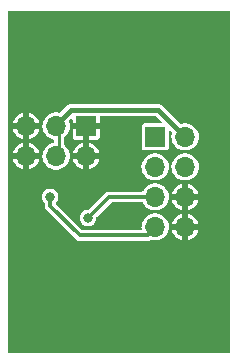
<source format=gbr>
%TF.GenerationSoftware,KiCad,Pcbnew,7.0.7-7.0.7~ubuntu23.04.1*%
%TF.CreationDate,2023-10-04T13:37:16+00:00*%
%TF.ProjectId,FRAM01,4652414d-3031-42e6-9b69-6361645f7063,rev?*%
%TF.SameCoordinates,Original*%
%TF.FileFunction,Copper,L1,Top*%
%TF.FilePolarity,Positive*%
%FSLAX46Y46*%
G04 Gerber Fmt 4.6, Leading zero omitted, Abs format (unit mm)*
G04 Created by KiCad (PCBNEW 7.0.7-7.0.7~ubuntu23.04.1) date 2023-10-04 13:37:16*
%MOMM*%
%LPD*%
G01*
G04 APERTURE LIST*
%TA.AperFunction,ComponentPad*%
%ADD10R,1.700000X1.700000*%
%TD*%
%TA.AperFunction,ComponentPad*%
%ADD11O,1.700000X1.700000*%
%TD*%
%TA.AperFunction,ComponentPad*%
%ADD12C,6.000000*%
%TD*%
%TA.AperFunction,ViaPad*%
%ADD13C,0.800000*%
%TD*%
%TA.AperFunction,Conductor*%
%ADD14C,0.304800*%
%TD*%
%TA.AperFunction,Conductor*%
%ADD15C,0.400000*%
%TD*%
%TA.AperFunction,Conductor*%
%ADD16C,0.250000*%
%TD*%
G04 APERTURE END LIST*
D10*
%TO.P,J1,1*%
%TO.N,GND*%
X2286000Y14886000D03*
D11*
%TO.P,J1,2*%
X2286000Y12346000D03*
%TO.P,J1,3*%
%TO.N,+3.3V*%
X-254000Y14886000D03*
%TO.P,J1,4*%
X-254000Y12346000D03*
%TO.P,J1,5*%
%TO.N,GND*%
X-2794000Y14886000D03*
%TO.P,J1,6*%
X-2794000Y12346000D03*
%TD*%
D12*
%TO.P,M4,1*%
%TO.N,GND*%
X10160000Y0D03*
%TD*%
%TO.P,M1,1*%
%TO.N,GND*%
X0Y20320000D03*
%TD*%
%TO.P,M3,1*%
%TO.N,GND*%
X10160000Y20320000D03*
%TD*%
D10*
%TO.P,J2,1*%
%TO.N,MISO*%
X8128000Y13970000D03*
D11*
%TO.P,J2,2*%
%TO.N,+3.3V*%
X10668000Y13970000D03*
%TO.P,J2,3*%
%TO.N,SCK*%
X8128000Y11430000D03*
%TO.P,J2,4*%
%TO.N,MOSI*%
X10668000Y11430000D03*
%TO.P,J2,5*%
%TO.N,~{CS}*%
X8128000Y8890000D03*
%TO.P,J2,6*%
%TO.N,GND*%
X10668000Y8890000D03*
%TO.P,J2,7*%
%TO.N,~{WP}*%
X8128000Y6350000D03*
%TO.P,J2,8*%
%TO.N,GND*%
X10668000Y6350000D03*
%TD*%
D12*
%TO.P,M2,1*%
%TO.N,GND*%
X0Y0D03*
%TD*%
D13*
%TO.N,~{CS}*%
X2440000Y7101900D03*
%TO.N,~{WP}*%
X-762000Y8890000D03*
%TD*%
D14*
%TO.N,~{CS}*%
X4228100Y8890000D02*
X8240000Y8890000D01*
X2440000Y7101900D02*
X4228100Y8890000D01*
%TO.N,~{WP}*%
X1746000Y5620000D02*
X7510000Y5620000D01*
X7510000Y5620000D02*
X8240000Y6350000D01*
X-762000Y8128000D02*
X1746000Y5620000D01*
X-762000Y8890000D02*
X-762000Y8128000D01*
D15*
%TO.N,+3.3V*%
X10668000Y13970000D02*
X8402000Y16236000D01*
D16*
X0Y12700000D02*
X0Y15240000D01*
D15*
X8402000Y16236000D02*
X996000Y16236000D01*
X996000Y16236000D02*
X0Y15240000D01*
%TD*%
%TA.AperFunction,Conductor*%
%TO.N,GND*%
G36*
X14444691Y24626593D02*
G01*
X14480655Y24577093D01*
X14485500Y24546500D01*
X14485500Y-4226500D01*
X14466593Y-4284691D01*
X14417093Y-4320655D01*
X14386500Y-4325500D01*
X-4226500Y-4325500D01*
X-4284691Y-4306593D01*
X-4320655Y-4257093D01*
X-4325500Y-4226500D01*
X-4325500Y8890000D01*
X-1467645Y8890000D01*
X-1447140Y8721128D01*
X-1386818Y8562070D01*
X-1290183Y8422071D01*
X-1248251Y8384923D01*
X-1217233Y8332185D01*
X-1214900Y8310821D01*
X-1214900Y8156219D01*
X-1215211Y8150673D01*
X-1219575Y8111936D01*
X-1219695Y8110875D01*
X-1208582Y8052138D01*
X-1203335Y8017321D01*
X-1199669Y7992999D01*
X-1197483Y7985913D01*
X-1197897Y7985786D01*
X-1197172Y7983582D01*
X-1196762Y7983725D01*
X-1194315Y7976731D01*
X-1194314Y7976727D01*
X-1194313Y7976724D01*
X-1194311Y7976720D01*
X-1166379Y7923870D01*
X-1140430Y7869988D01*
X-1136250Y7863857D01*
X-1136609Y7863613D01*
X-1135275Y7861733D01*
X-1134925Y7861991D01*
X-1130518Y7856020D01*
X-1088237Y7813738D01*
X-1078847Y7803619D01*
X-1047568Y7769909D01*
X-1047566Y7769908D01*
X-1047565Y7769907D01*
X-1041766Y7765282D01*
X-1042038Y7764942D01*
X-1030875Y7756377D01*
X1405800Y5319702D01*
X1409502Y5315560D01*
X1434472Y5284249D01*
X1483592Y5250761D01*
X1483866Y5250574D01*
X1531984Y5215060D01*
X1531986Y5215060D01*
X1538546Y5211592D01*
X1538341Y5211205D01*
X1540396Y5210168D01*
X1540587Y5210562D01*
X1547273Y5207342D01*
X1604389Y5189726D01*
X1604390Y5189725D01*
X1660850Y5169968D01*
X1660852Y5169968D01*
X1668135Y5168590D01*
X1668054Y5168163D01*
X1670332Y5167776D01*
X1670397Y5168206D01*
X1677736Y5167100D01*
X1737513Y5167100D01*
X1797282Y5164864D01*
X1797288Y5164866D01*
X1804656Y5165695D01*
X1804704Y5165263D01*
X1818661Y5167100D01*
X7481782Y5167100D01*
X7487328Y5166789D01*
X7527125Y5162305D01*
X7585862Y5173419D01*
X7645003Y5182332D01*
X7645007Y5182335D01*
X7652099Y5184521D01*
X7652228Y5184102D01*
X7654413Y5184821D01*
X7654268Y5185235D01*
X7661266Y5187685D01*
X7661273Y5187686D01*
X7704555Y5210562D01*
X7714129Y5215622D01*
X7728661Y5222621D01*
X7746689Y5231303D01*
X7807319Y5239516D01*
X7807835Y5239421D01*
X7811799Y5238680D01*
X7811802Y5238679D01*
X8021390Y5199500D01*
X8234610Y5199500D01*
X8444198Y5238679D01*
X8643019Y5315702D01*
X8824302Y5427948D01*
X8981872Y5571593D01*
X9110366Y5741745D01*
X9205405Y5932611D01*
X9251894Y6096000D01*
X9544627Y6096000D01*
X9591064Y5932790D01*
X9686057Y5742017D01*
X9686062Y5742008D01*
X9814496Y5571936D01*
X9814506Y5571925D01*
X9971995Y5428353D01*
X9971994Y5428353D01*
X10153206Y5316153D01*
X10351941Y5239162D01*
X10413999Y5227561D01*
X10414000Y5227561D01*
X10414000Y5767126D01*
X10432907Y5825317D01*
X10482407Y5861281D01*
X10527090Y5865118D01*
X10632233Y5850000D01*
X10632237Y5850000D01*
X10703767Y5850000D01*
X10808910Y5865118D01*
X10869199Y5854685D01*
X10911842Y5810808D01*
X10922000Y5767126D01*
X10922000Y5227561D01*
X10984058Y5239162D01*
X11182793Y5316153D01*
X11364004Y5428353D01*
X11521493Y5571925D01*
X11521503Y5571936D01*
X11649937Y5742008D01*
X11649942Y5742017D01*
X11744935Y5932790D01*
X11791373Y6096000D01*
X11246776Y6096000D01*
X11188585Y6114907D01*
X11152621Y6164407D01*
X11151786Y6222892D01*
X11168000Y6278111D01*
X11168000Y6421889D01*
X11151786Y6477110D01*
X11153533Y6538268D01*
X11190896Y6586721D01*
X11246776Y6604000D01*
X11791373Y6604000D01*
X11744935Y6767211D01*
X11649942Y6957984D01*
X11649937Y6957993D01*
X11521503Y7128065D01*
X11521493Y7128076D01*
X11364004Y7271648D01*
X11364005Y7271648D01*
X11182793Y7383848D01*
X10984061Y7460838D01*
X10984055Y7460840D01*
X10922000Y7472440D01*
X10922000Y6932875D01*
X10903093Y6874684D01*
X10853593Y6838720D01*
X10808911Y6834883D01*
X10703768Y6850000D01*
X10703763Y6850000D01*
X10632237Y6850000D01*
X10632232Y6850000D01*
X10527089Y6834883D01*
X10466800Y6845316D01*
X10424157Y6889194D01*
X10414000Y6932875D01*
X10414000Y7472440D01*
X10351944Y7460840D01*
X10351938Y7460838D01*
X10153206Y7383848D01*
X9971995Y7271648D01*
X9814506Y7128076D01*
X9814496Y7128065D01*
X9686062Y6957993D01*
X9686057Y6957984D01*
X9591064Y6767211D01*
X9544627Y6604000D01*
X10089224Y6604000D01*
X10147415Y6585093D01*
X10183379Y6535593D01*
X10184214Y6477108D01*
X10168000Y6421891D01*
X10168000Y6278110D01*
X10184214Y6222892D01*
X10182467Y6161732D01*
X10145104Y6113279D01*
X10089224Y6096000D01*
X9544627Y6096000D01*
X9251894Y6096000D01*
X9263756Y6137690D01*
X9283429Y6350000D01*
X9263756Y6562310D01*
X9205405Y6767389D01*
X9110366Y6958255D01*
X8981872Y7128407D01*
X8909834Y7194079D01*
X8824307Y7272048D01*
X8824300Y7272054D01*
X8643024Y7384295D01*
X8643019Y7384298D01*
X8525486Y7429830D01*
X8444198Y7461321D01*
X8444197Y7461322D01*
X8444195Y7461322D01*
X8234610Y7500500D01*
X8021390Y7500500D01*
X7811804Y7461322D01*
X7612980Y7384298D01*
X7612975Y7384295D01*
X7431699Y7272054D01*
X7431692Y7272048D01*
X7274135Y7128414D01*
X7274131Y7128411D01*
X7274128Y7128407D01*
X7274124Y7128403D01*
X7274125Y7128403D01*
X7145635Y6958257D01*
X7145630Y6958248D01*
X7050596Y6767392D01*
X6992244Y6562312D01*
X6979232Y6421889D01*
X6972571Y6350000D01*
X6979232Y6278110D01*
X6988228Y6181034D01*
X6974770Y6121347D01*
X6928800Y6080970D01*
X6889650Y6072900D01*
X1974605Y6072900D01*
X1916414Y6091807D01*
X1904601Y6101896D01*
X904597Y7101900D01*
X1734355Y7101900D01*
X1754860Y6933028D01*
X1815182Y6773970D01*
X1911817Y6633971D01*
X2039148Y6521166D01*
X2189775Y6442110D01*
X2354944Y6401400D01*
X2354947Y6401400D01*
X2525053Y6401400D01*
X2525056Y6401400D01*
X2690225Y6442110D01*
X2840852Y6521166D01*
X2968183Y6633971D01*
X3064818Y6773970D01*
X3125140Y6933028D01*
X3145645Y7101900D01*
X3144401Y7112141D01*
X3156154Y7172184D01*
X3172671Y7194075D01*
X4386701Y8408104D01*
X4441219Y8435881D01*
X4456706Y8437100D01*
X7006979Y8437100D01*
X7065170Y8418193D01*
X7095600Y8382228D01*
X7145630Y8281752D01*
X7145632Y8281748D01*
X7145634Y8281745D01*
X7274128Y8111593D01*
X7274135Y8111587D01*
X7431692Y7967953D01*
X7431699Y7967947D01*
X7502886Y7923870D01*
X7612981Y7855702D01*
X7811802Y7778679D01*
X8021390Y7739500D01*
X8234610Y7739500D01*
X8444198Y7778679D01*
X8643019Y7855702D01*
X8824302Y7967948D01*
X8981872Y8111593D01*
X9110366Y8281745D01*
X9205405Y8472611D01*
X9251894Y8636000D01*
X9544627Y8636000D01*
X9591064Y8472790D01*
X9686057Y8282017D01*
X9686062Y8282008D01*
X9814496Y8111936D01*
X9814506Y8111925D01*
X9971995Y7968353D01*
X9971994Y7968353D01*
X10153206Y7856153D01*
X10351941Y7779162D01*
X10413999Y7767561D01*
X10414000Y7767561D01*
X10414000Y8307126D01*
X10432907Y8365317D01*
X10482407Y8401281D01*
X10527090Y8405118D01*
X10632233Y8390000D01*
X10632237Y8390000D01*
X10703767Y8390000D01*
X10808910Y8405118D01*
X10869199Y8394685D01*
X10911842Y8350808D01*
X10922000Y8307126D01*
X10922000Y7767561D01*
X10984058Y7779162D01*
X11182793Y7856153D01*
X11364004Y7968353D01*
X11521493Y8111925D01*
X11521503Y8111936D01*
X11649937Y8282008D01*
X11649942Y8282017D01*
X11744935Y8472790D01*
X11791373Y8636000D01*
X11246776Y8636000D01*
X11188585Y8654907D01*
X11152621Y8704407D01*
X11151786Y8762892D01*
X11168000Y8818111D01*
X11168000Y8961889D01*
X11151786Y9017110D01*
X11153533Y9078268D01*
X11190896Y9126721D01*
X11246776Y9144000D01*
X11791373Y9144000D01*
X11744935Y9307211D01*
X11649942Y9497984D01*
X11649937Y9497993D01*
X11521503Y9668065D01*
X11521493Y9668076D01*
X11364004Y9811648D01*
X11364005Y9811648D01*
X11182793Y9923848D01*
X10984061Y10000838D01*
X10984055Y10000840D01*
X10922000Y10012440D01*
X10922000Y9472875D01*
X10903093Y9414684D01*
X10853593Y9378720D01*
X10808911Y9374883D01*
X10703768Y9390000D01*
X10703763Y9390000D01*
X10632237Y9390000D01*
X10632232Y9390000D01*
X10527089Y9374883D01*
X10466800Y9385316D01*
X10424157Y9429194D01*
X10414000Y9472875D01*
X10414000Y10012440D01*
X10351944Y10000840D01*
X10351938Y10000838D01*
X10153206Y9923848D01*
X9971995Y9811648D01*
X9814506Y9668076D01*
X9814496Y9668065D01*
X9686062Y9497993D01*
X9686057Y9497984D01*
X9591064Y9307211D01*
X9544627Y9144000D01*
X10089224Y9144000D01*
X10147415Y9125093D01*
X10183379Y9075593D01*
X10184214Y9017108D01*
X10168000Y8961891D01*
X10168000Y8818110D01*
X10184214Y8762892D01*
X10182467Y8701732D01*
X10145104Y8653279D01*
X10089224Y8636000D01*
X9544627Y8636000D01*
X9251894Y8636000D01*
X9263756Y8677690D01*
X9283429Y8890000D01*
X9263756Y9102310D01*
X9205405Y9307389D01*
X9110366Y9498255D01*
X8981872Y9668407D01*
X8927623Y9717861D01*
X8824307Y9812048D01*
X8824300Y9812054D01*
X8643024Y9924295D01*
X8643019Y9924298D01*
X8643019Y9924299D01*
X8444198Y10001321D01*
X8444197Y10001322D01*
X8444195Y10001322D01*
X8234610Y10040500D01*
X8021390Y10040500D01*
X7811804Y10001322D01*
X7612980Y9924298D01*
X7612975Y9924295D01*
X7431699Y9812054D01*
X7431692Y9812048D01*
X7274135Y9668414D01*
X7274131Y9668411D01*
X7274128Y9668407D01*
X7274124Y9668403D01*
X7274125Y9668403D01*
X7145635Y9498257D01*
X7145630Y9498249D01*
X7095600Y9397772D01*
X7052738Y9354110D01*
X7006979Y9342900D01*
X4256317Y9342900D01*
X4250771Y9343211D01*
X4210974Y9347695D01*
X4210970Y9347695D01*
X4152234Y9336582D01*
X4093098Y9327669D01*
X4086013Y9325483D01*
X4085885Y9325897D01*
X4083683Y9325173D01*
X4083827Y9324764D01*
X4076827Y9322315D01*
X4023978Y9294383D01*
X3970092Y9268433D01*
X3963960Y9264252D01*
X3963717Y9264608D01*
X3961830Y9263269D01*
X3962087Y9262921D01*
X3956119Y9258517D01*
X3913851Y9216250D01*
X3870008Y9175568D01*
X3865381Y9169766D01*
X3865042Y9170037D01*
X3856476Y9158875D01*
X2528999Y7831396D01*
X2474482Y7803619D01*
X2458995Y7802400D01*
X2354941Y7802400D01*
X2189776Y7761691D01*
X2039146Y7682633D01*
X1911818Y7569831D01*
X1911816Y7569828D01*
X1836919Y7461321D01*
X1815182Y7429830D01*
X1755193Y7271648D01*
X1754860Y7270771D01*
X1737574Y7128407D01*
X1734355Y7101900D01*
X904597Y7101900D01*
X-255827Y8262324D01*
X-283604Y8316841D01*
X-274033Y8377273D01*
X-251474Y8406430D01*
X-233817Y8422071D01*
X-137182Y8562070D01*
X-76860Y8721128D01*
X-56355Y8890000D01*
X-76860Y9058872D01*
X-137182Y9217930D01*
X-233817Y9357929D01*
X-264731Y9385316D01*
X-361147Y9470733D01*
X-361148Y9470734D01*
X-511775Y9549790D01*
X-511776Y9549791D01*
X-511777Y9549791D01*
X-676942Y9590500D01*
X-676944Y9590500D01*
X-847056Y9590500D01*
X-847059Y9590500D01*
X-1012224Y9549791D01*
X-1162854Y9470733D01*
X-1290182Y9357931D01*
X-1290184Y9357928D01*
X-1354598Y9264608D01*
X-1386818Y9217930D01*
X-1447140Y9058872D01*
X-1467645Y8890000D01*
X-4325500Y8890000D01*
X-4325500Y12092000D01*
X-3917373Y12092000D01*
X-3870936Y11928790D01*
X-3775943Y11738017D01*
X-3775938Y11738008D01*
X-3647504Y11567936D01*
X-3647494Y11567925D01*
X-3490005Y11424353D01*
X-3490006Y11424353D01*
X-3308794Y11312153D01*
X-3110059Y11235162D01*
X-3048001Y11223561D01*
X-3048000Y11223561D01*
X-3048000Y11763126D01*
X-3029093Y11821317D01*
X-2979593Y11857281D01*
X-2934910Y11861118D01*
X-2829767Y11846000D01*
X-2829763Y11846000D01*
X-2758233Y11846000D01*
X-2653090Y11861118D01*
X-2592801Y11850685D01*
X-2550158Y11806808D01*
X-2540000Y11763126D01*
X-2540000Y11223561D01*
X-2477942Y11235162D01*
X-2279207Y11312153D01*
X-2097996Y11424353D01*
X-1940507Y11567925D01*
X-1940497Y11567936D01*
X-1812063Y11738008D01*
X-1812058Y11738017D01*
X-1717065Y11928790D01*
X-1670627Y12092000D01*
X-2215224Y12092000D01*
X-2273415Y12110907D01*
X-2309379Y12160407D01*
X-2310214Y12218892D01*
X-2294000Y12274111D01*
X-2294000Y12346000D01*
X-1409429Y12346000D01*
X-1389756Y12133689D01*
X-1377894Y12092000D01*
X-1331405Y11928611D01*
X-1236366Y11737745D01*
X-1107872Y11567593D01*
X-1107865Y11567587D01*
X-950308Y11423953D01*
X-950301Y11423947D01*
X-846611Y11359745D01*
X-769019Y11311702D01*
X-570198Y11234679D01*
X-360610Y11195500D01*
X-147390Y11195500D01*
X62198Y11234679D01*
X261019Y11311702D01*
X442302Y11423948D01*
X599872Y11567593D01*
X728366Y11737745D01*
X823405Y11928611D01*
X869894Y12092000D01*
X1162627Y12092000D01*
X1209064Y11928790D01*
X1304057Y11738017D01*
X1304062Y11738008D01*
X1432496Y11567936D01*
X1432506Y11567925D01*
X1589995Y11424353D01*
X1589994Y11424353D01*
X1771206Y11312153D01*
X1969941Y11235162D01*
X2031999Y11223561D01*
X2032000Y11223561D01*
X2032000Y11763126D01*
X2050907Y11821317D01*
X2100407Y11857281D01*
X2145090Y11861118D01*
X2250233Y11846000D01*
X2250237Y11846000D01*
X2321767Y11846000D01*
X2426910Y11861118D01*
X2487199Y11850685D01*
X2529842Y11806808D01*
X2540000Y11763126D01*
X2540000Y11223561D01*
X2602058Y11235162D01*
X2800793Y11312153D01*
X2982004Y11424353D01*
X2988199Y11430001D01*
X6972571Y11430001D01*
X6992244Y11217689D01*
X7015449Y11136133D01*
X7050595Y11012611D01*
X7145634Y10821745D01*
X7274128Y10651593D01*
X7274135Y10651587D01*
X7431692Y10507953D01*
X7431699Y10507947D01*
X7535389Y10443745D01*
X7612981Y10395702D01*
X7811802Y10318679D01*
X8021390Y10279500D01*
X8234610Y10279500D01*
X8444198Y10318679D01*
X8643019Y10395702D01*
X8824302Y10507948D01*
X8981872Y10651593D01*
X9110366Y10821745D01*
X9205405Y11012611D01*
X9263756Y11217690D01*
X9283429Y11430000D01*
X9512571Y11430000D01*
X9532244Y11217689D01*
X9555449Y11136133D01*
X9590595Y11012611D01*
X9685634Y10821745D01*
X9814128Y10651593D01*
X9814135Y10651587D01*
X9971692Y10507953D01*
X9971699Y10507947D01*
X10075389Y10443745D01*
X10152981Y10395702D01*
X10351802Y10318679D01*
X10561390Y10279500D01*
X10774610Y10279500D01*
X10984198Y10318679D01*
X11183019Y10395702D01*
X11364302Y10507948D01*
X11521872Y10651593D01*
X11650366Y10821745D01*
X11745405Y11012611D01*
X11803756Y11217690D01*
X11823429Y11430000D01*
X11803756Y11642310D01*
X11745405Y11847389D01*
X11650366Y12038255D01*
X11521872Y12208407D01*
X11370941Y12346000D01*
X11364307Y12352048D01*
X11364300Y12352054D01*
X11183024Y12464295D01*
X11183019Y12464298D01*
X10984195Y12541322D01*
X10774610Y12580500D01*
X10561390Y12580500D01*
X10351804Y12541322D01*
X10152980Y12464298D01*
X10152975Y12464295D01*
X9971699Y12352054D01*
X9971692Y12352048D01*
X9814135Y12208414D01*
X9814131Y12208411D01*
X9814128Y12208407D01*
X9814124Y12208403D01*
X9814125Y12208403D01*
X9685635Y12038257D01*
X9685630Y12038248D01*
X9590596Y11847392D01*
X9532244Y11642312D01*
X9512571Y11430000D01*
X9283429Y11430000D01*
X9263756Y11642310D01*
X9205405Y11847389D01*
X9110366Y12038255D01*
X8981872Y12208407D01*
X8830941Y12346000D01*
X8824307Y12352048D01*
X8824300Y12352054D01*
X8643024Y12464295D01*
X8643019Y12464298D01*
X8444195Y12541322D01*
X8234610Y12580500D01*
X8021390Y12580500D01*
X7811804Y12541322D01*
X7612980Y12464298D01*
X7612975Y12464295D01*
X7431699Y12352054D01*
X7431692Y12352048D01*
X7274135Y12208414D01*
X7274131Y12208411D01*
X7274128Y12208407D01*
X7274124Y12208403D01*
X7274125Y12208403D01*
X7145635Y12038257D01*
X7145630Y12038248D01*
X7050596Y11847392D01*
X6992244Y11642312D01*
X6972571Y11430001D01*
X2988199Y11430001D01*
X3139493Y11567925D01*
X3139503Y11567936D01*
X3267937Y11738008D01*
X3267942Y11738017D01*
X3362935Y11928790D01*
X3409373Y12092000D01*
X2864776Y12092000D01*
X2806585Y12110907D01*
X2770621Y12160407D01*
X2769786Y12218892D01*
X2786000Y12274111D01*
X2786000Y12417889D01*
X2769786Y12473110D01*
X2771533Y12534268D01*
X2808896Y12582721D01*
X2864776Y12600000D01*
X3409373Y12600000D01*
X3362935Y12763211D01*
X3267942Y12953984D01*
X3267937Y12953993D01*
X3139503Y13124065D01*
X3139493Y13124076D01*
X2982004Y13267648D01*
X2982005Y13267648D01*
X2800793Y13379848D01*
X2602061Y13456838D01*
X2602055Y13456840D01*
X2540000Y13468440D01*
X2540000Y12928875D01*
X2521093Y12870684D01*
X2471593Y12834720D01*
X2426911Y12830883D01*
X2321768Y12846000D01*
X2321763Y12846000D01*
X2250237Y12846000D01*
X2250232Y12846000D01*
X2145089Y12830883D01*
X2084800Y12841316D01*
X2042157Y12885194D01*
X2032000Y12928875D01*
X2032000Y13468440D01*
X1969944Y13456840D01*
X1969938Y13456838D01*
X1771206Y13379848D01*
X1589995Y13267648D01*
X1432506Y13124076D01*
X1432496Y13124065D01*
X1304062Y12953993D01*
X1304057Y12953984D01*
X1209064Y12763211D01*
X1162627Y12600000D01*
X1707224Y12600000D01*
X1765415Y12581093D01*
X1801379Y12531593D01*
X1802214Y12473108D01*
X1786000Y12417891D01*
X1786000Y12274110D01*
X1802214Y12218892D01*
X1800467Y12157732D01*
X1763104Y12109279D01*
X1707224Y12092000D01*
X1162627Y12092000D01*
X869894Y12092000D01*
X881756Y12133690D01*
X901429Y12346000D01*
X881756Y12558310D01*
X823405Y12763389D01*
X728366Y12954255D01*
X599872Y13124407D01*
X526173Y13191593D01*
X457804Y13253921D01*
X427538Y13307096D01*
X425500Y13327082D01*
X425500Y13904919D01*
X444407Y13963110D01*
X457799Y13978076D01*
X599872Y14107593D01*
X728366Y14277745D01*
X823405Y14468611D01*
X881756Y14673690D01*
X901429Y14886000D01*
X881756Y15098310D01*
X827763Y15288073D01*
X830024Y15349215D01*
X852981Y15385168D01*
X966997Y15499183D01*
X1021513Y15526960D01*
X1081945Y15517388D01*
X1125210Y15474124D01*
X1136000Y15429179D01*
X1136000Y15140001D01*
X1136001Y15140000D01*
X1707224Y15140000D01*
X1765415Y15121093D01*
X1801379Y15071593D01*
X1802214Y15013108D01*
X1786000Y14957891D01*
X1786000Y14814110D01*
X1802214Y14758892D01*
X1800467Y14697732D01*
X1763104Y14649279D01*
X1707224Y14632000D01*
X1136002Y14632000D01*
X1136001Y14631999D01*
X1136001Y13991209D01*
X1138909Y13966126D01*
X1184213Y13863523D01*
X1263522Y13784214D01*
X1366127Y13738910D01*
X1391203Y13736001D01*
X2031998Y13736001D01*
X2032000Y13736002D01*
X2032000Y14303126D01*
X2050907Y14361317D01*
X2100407Y14397281D01*
X2145090Y14401118D01*
X2250233Y14386000D01*
X2250237Y14386000D01*
X2321767Y14386000D01*
X2426910Y14401118D01*
X2487199Y14390685D01*
X2529842Y14346808D01*
X2540000Y14303126D01*
X2540000Y13736002D01*
X2540001Y13736001D01*
X3180790Y13736001D01*
X3180791Y13736002D01*
X3205874Y13738910D01*
X3308477Y13784214D01*
X3387786Y13863523D01*
X3433090Y13966128D01*
X3435999Y13991203D01*
X3436000Y13991206D01*
X3436000Y14631999D01*
X3435999Y14632000D01*
X2864776Y14632000D01*
X2806585Y14650907D01*
X2770621Y14700407D01*
X2769786Y14758892D01*
X2786000Y14814111D01*
X2786000Y14957889D01*
X2769786Y15013110D01*
X2771533Y15074268D01*
X2808896Y15122721D01*
X2864776Y15140000D01*
X3435998Y15140000D01*
X3435999Y15140001D01*
X3435999Y15636500D01*
X3454906Y15694691D01*
X3504406Y15730655D01*
X3534999Y15735500D01*
X8153678Y15735500D01*
X8211869Y15716593D01*
X8223682Y15706504D01*
X8640682Y15289504D01*
X8668459Y15234987D01*
X8658888Y15174555D01*
X8615623Y15131290D01*
X8570678Y15120500D01*
X7233139Y15120500D01*
X7233136Y15120499D01*
X7208009Y15117586D01*
X7105235Y15072206D01*
X7025794Y14992765D01*
X6980414Y14889989D01*
X6977500Y14864870D01*
X6977500Y13075140D01*
X6977501Y13075137D01*
X6980414Y13050010D01*
X6981325Y13047947D01*
X7025794Y12947235D01*
X7105235Y12867794D01*
X7208009Y12822415D01*
X7233135Y12819500D01*
X9022864Y12819501D01*
X9047991Y12822415D01*
X9150765Y12867794D01*
X9230206Y12947235D01*
X9275585Y13050009D01*
X9278500Y13075135D01*
X9278499Y14412680D01*
X9297406Y14470870D01*
X9346906Y14506834D01*
X9408092Y14506834D01*
X9447503Y14482683D01*
X9538868Y14391318D01*
X9566645Y14336801D01*
X9564085Y14294222D01*
X9532244Y14182312D01*
X9512571Y13970000D01*
X9518601Y13904919D01*
X9532244Y13757690D01*
X9590595Y13552611D01*
X9685634Y13361745D01*
X9814128Y13191593D01*
X9814135Y13191587D01*
X9971692Y13047953D01*
X9971699Y13047947D01*
X10075389Y12983745D01*
X10152981Y12935702D01*
X10351802Y12858679D01*
X10561390Y12819500D01*
X10774610Y12819500D01*
X10984198Y12858679D01*
X11183019Y12935702D01*
X11364302Y13047948D01*
X11521872Y13191593D01*
X11650366Y13361745D01*
X11745405Y13552611D01*
X11803756Y13757690D01*
X11823429Y13970000D01*
X11803756Y14182310D01*
X11745405Y14387389D01*
X11650366Y14578255D01*
X11521872Y14748407D01*
X11370940Y14886001D01*
X11364307Y14892048D01*
X11364300Y14892054D01*
X11183024Y15004295D01*
X11183019Y15004298D01*
X11009309Y15071593D01*
X10984198Y15081321D01*
X10984197Y15081322D01*
X10984195Y15081322D01*
X10774610Y15120500D01*
X10561390Y15120500D01*
X10351802Y15081322D01*
X10349022Y15080244D01*
X10347771Y15080175D01*
X10347397Y15080068D01*
X10347372Y15080153D01*
X10287931Y15076856D01*
X10243258Y15102556D01*
X8801480Y16544334D01*
X8788199Y16560817D01*
X8784144Y16567127D01*
X8784138Y16567132D01*
X8744598Y16601394D01*
X8742026Y16603789D01*
X8730595Y16615219D01*
X8730593Y16615221D01*
X8717636Y16624920D01*
X8714917Y16627112D01*
X8675373Y16661377D01*
X8668538Y16664499D01*
X8650348Y16675292D01*
X8649293Y16676082D01*
X8644331Y16679796D01*
X8644328Y16679797D01*
X8644327Y16679798D01*
X8595314Y16698079D01*
X8592049Y16699431D01*
X8544458Y16721165D01*
X8544454Y16721166D01*
X8537014Y16722236D01*
X8516520Y16727467D01*
X8509482Y16730092D01*
X8509483Y16730092D01*
X8457301Y16733824D01*
X8453788Y16734202D01*
X8437800Y16736500D01*
X8437799Y16736500D01*
X8421652Y16736500D01*
X8418119Y16736626D01*
X8388240Y16738763D01*
X8365927Y16740359D01*
X8365926Y16740359D01*
X8365925Y16740359D01*
X8358590Y16738763D01*
X8337544Y16736500D01*
X1060456Y16736500D01*
X1039410Y16738763D01*
X1032074Y16740359D01*
X1032073Y16740359D01*
X1011874Y16738915D01*
X979881Y16736626D01*
X976348Y16736500D01*
X960200Y16736500D01*
X944212Y16734202D01*
X940700Y16733824D01*
X888517Y16730092D01*
X881471Y16727464D01*
X860985Y16722236D01*
X853547Y16721166D01*
X853544Y16721166D01*
X853543Y16721165D01*
X853542Y16721165D01*
X853540Y16721164D01*
X805959Y16699435D01*
X802695Y16698083D01*
X753671Y16679798D01*
X753669Y16679797D01*
X747646Y16675288D01*
X729463Y16664500D01*
X722626Y16661378D01*
X683097Y16627126D01*
X680348Y16624911D01*
X667407Y16615222D01*
X655986Y16603801D01*
X653401Y16601394D01*
X613859Y16567132D01*
X613856Y16567128D01*
X609793Y16560806D01*
X596519Y16544335D01*
X88403Y16036219D01*
X33886Y16008442D01*
X208Y16008909D01*
X-147390Y16036500D01*
X-360610Y16036500D01*
X-570196Y15997322D01*
X-769020Y15920298D01*
X-769025Y15920295D01*
X-950301Y15808054D01*
X-950308Y15808048D01*
X-1107865Y15664414D01*
X-1107869Y15664411D01*
X-1107872Y15664407D01*
X-1107876Y15664403D01*
X-1107875Y15664403D01*
X-1236365Y15494257D01*
X-1236370Y15494248D01*
X-1331404Y15303392D01*
X-1389756Y15098312D01*
X-1409429Y14886001D01*
X-1389756Y14673689D01*
X-1377894Y14632000D01*
X-1332048Y14470870D01*
X-1331404Y14468609D01*
X-1244571Y14294222D01*
X-1236366Y14277745D01*
X-1107872Y14107593D01*
X-1107865Y14107587D01*
X-950308Y13963953D01*
X-950301Y13963947D01*
X-948949Y13963110D01*
X-769019Y13851702D01*
X-570198Y13774679D01*
X-506307Y13762736D01*
X-452584Y13733460D01*
X-426327Y13678195D01*
X-425500Y13665423D01*
X-425500Y13566579D01*
X-444407Y13508388D01*
X-493907Y13472424D01*
X-506307Y13469265D01*
X-570198Y13457321D01*
X-769020Y13380298D01*
X-769025Y13380295D01*
X-950301Y13268054D01*
X-950308Y13268048D01*
X-1107865Y13124414D01*
X-1107869Y13124411D01*
X-1107872Y13124407D01*
X-1107876Y13124403D01*
X-1107875Y13124403D01*
X-1236365Y12954257D01*
X-1236370Y12954248D01*
X-1331404Y12763392D01*
X-1389756Y12558312D01*
X-1409429Y12346000D01*
X-2294000Y12346000D01*
X-2294000Y12417889D01*
X-2310214Y12473110D01*
X-2308467Y12534268D01*
X-2271104Y12582721D01*
X-2215224Y12600000D01*
X-1670627Y12600000D01*
X-1717065Y12763211D01*
X-1812058Y12953984D01*
X-1812063Y12953993D01*
X-1940497Y13124065D01*
X-1940507Y13124076D01*
X-2097996Y13267648D01*
X-2097995Y13267648D01*
X-2279207Y13379848D01*
X-2477939Y13456838D01*
X-2477945Y13456840D01*
X-2540000Y13468440D01*
X-2540000Y12928875D01*
X-2558907Y12870684D01*
X-2608407Y12834720D01*
X-2653089Y12830883D01*
X-2758232Y12846000D01*
X-2758237Y12846000D01*
X-2829763Y12846000D01*
X-2829768Y12846000D01*
X-2934911Y12830883D01*
X-2995200Y12841316D01*
X-3037843Y12885194D01*
X-3048000Y12928875D01*
X-3048000Y13468440D01*
X-3110056Y13456840D01*
X-3110062Y13456838D01*
X-3308794Y13379848D01*
X-3490005Y13267648D01*
X-3647494Y13124076D01*
X-3647504Y13124065D01*
X-3775938Y12953993D01*
X-3775943Y12953984D01*
X-3870936Y12763211D01*
X-3917373Y12600000D01*
X-3372776Y12600000D01*
X-3314585Y12581093D01*
X-3278621Y12531593D01*
X-3277786Y12473108D01*
X-3294000Y12417891D01*
X-3294000Y12274110D01*
X-3277786Y12218892D01*
X-3279533Y12157732D01*
X-3316896Y12109279D01*
X-3372776Y12092000D01*
X-3917373Y12092000D01*
X-4325500Y12092000D01*
X-4325500Y14632000D01*
X-3917373Y14632000D01*
X-3870936Y14468790D01*
X-3775943Y14278017D01*
X-3775938Y14278008D01*
X-3647504Y14107936D01*
X-3647494Y14107925D01*
X-3490005Y13964353D01*
X-3490006Y13964353D01*
X-3308794Y13852153D01*
X-3110059Y13775162D01*
X-3048001Y13763561D01*
X-3048000Y13763561D01*
X-3048000Y14303126D01*
X-3029093Y14361317D01*
X-2979593Y14397281D01*
X-2934910Y14401118D01*
X-2829767Y14386000D01*
X-2829763Y14386000D01*
X-2758233Y14386000D01*
X-2653090Y14401118D01*
X-2592801Y14390685D01*
X-2550158Y14346808D01*
X-2540000Y14303126D01*
X-2540000Y13763561D01*
X-2477942Y13775162D01*
X-2279207Y13852153D01*
X-2097996Y13964353D01*
X-1940507Y14107925D01*
X-1940497Y14107936D01*
X-1812063Y14278008D01*
X-1812058Y14278017D01*
X-1717065Y14468790D01*
X-1670627Y14632000D01*
X-2215224Y14632000D01*
X-2273415Y14650907D01*
X-2309379Y14700407D01*
X-2310214Y14758892D01*
X-2294000Y14814111D01*
X-2294000Y14957889D01*
X-2310214Y15013110D01*
X-2308467Y15074268D01*
X-2271104Y15122721D01*
X-2215224Y15140000D01*
X-1670627Y15140000D01*
X-1717065Y15303211D01*
X-1812058Y15493984D01*
X-1812063Y15493993D01*
X-1940497Y15664065D01*
X-1940507Y15664076D01*
X-2097996Y15807648D01*
X-2097995Y15807648D01*
X-2279207Y15919848D01*
X-2477939Y15996838D01*
X-2477945Y15996840D01*
X-2540000Y16008440D01*
X-2540000Y15468875D01*
X-2558907Y15410684D01*
X-2608407Y15374720D01*
X-2653089Y15370883D01*
X-2758232Y15386000D01*
X-2758237Y15386000D01*
X-2829763Y15386000D01*
X-2829768Y15386000D01*
X-2934911Y15370883D01*
X-2995200Y15381316D01*
X-3037843Y15425194D01*
X-3048000Y15468875D01*
X-3048000Y16008440D01*
X-3110056Y15996840D01*
X-3110062Y15996838D01*
X-3308794Y15919848D01*
X-3490005Y15807648D01*
X-3647494Y15664076D01*
X-3647504Y15664065D01*
X-3775938Y15493993D01*
X-3775943Y15493984D01*
X-3870936Y15303211D01*
X-3917373Y15140000D01*
X-3372776Y15140000D01*
X-3314585Y15121093D01*
X-3278621Y15071593D01*
X-3277786Y15013108D01*
X-3294000Y14957891D01*
X-3294000Y14814110D01*
X-3277786Y14758892D01*
X-3279533Y14697732D01*
X-3316896Y14649279D01*
X-3372776Y14632000D01*
X-3917373Y14632000D01*
X-4325500Y14632000D01*
X-4325500Y24546500D01*
X-4306593Y24604691D01*
X-4257093Y24640655D01*
X-4226500Y24645500D01*
X14386500Y24645500D01*
X14444691Y24626593D01*
G37*
%TD.AperFunction*%
%TD*%
M02*

</source>
